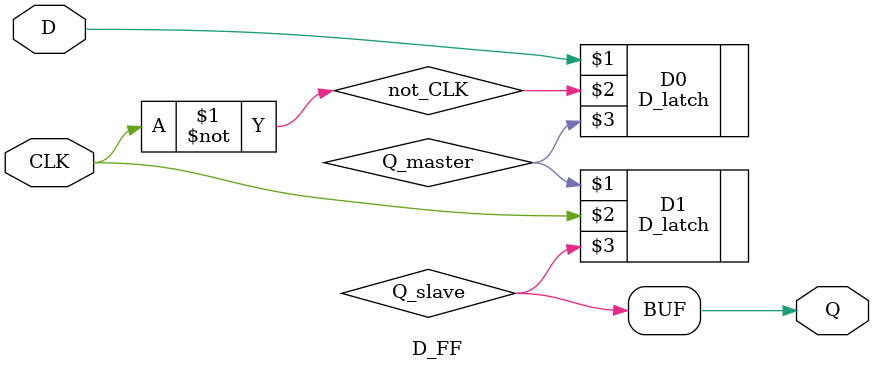
<source format=v>
`timescale 1ns / 1ps

module D_FF(D, CLK, Q);

    input   D;
    input   CLK;
    output  Q;
    
    
    wire not_CLK;
    wire Q_master;
    wire Q_slave;
    
    assign not_CLK = ~CLK;
    
D_latch D0(D, not_CLK, Q_master);
D_latch D1(Q_master, CLK, Q_slave);

    assign Q = Q_slave;
    
  
endmodule

</source>
